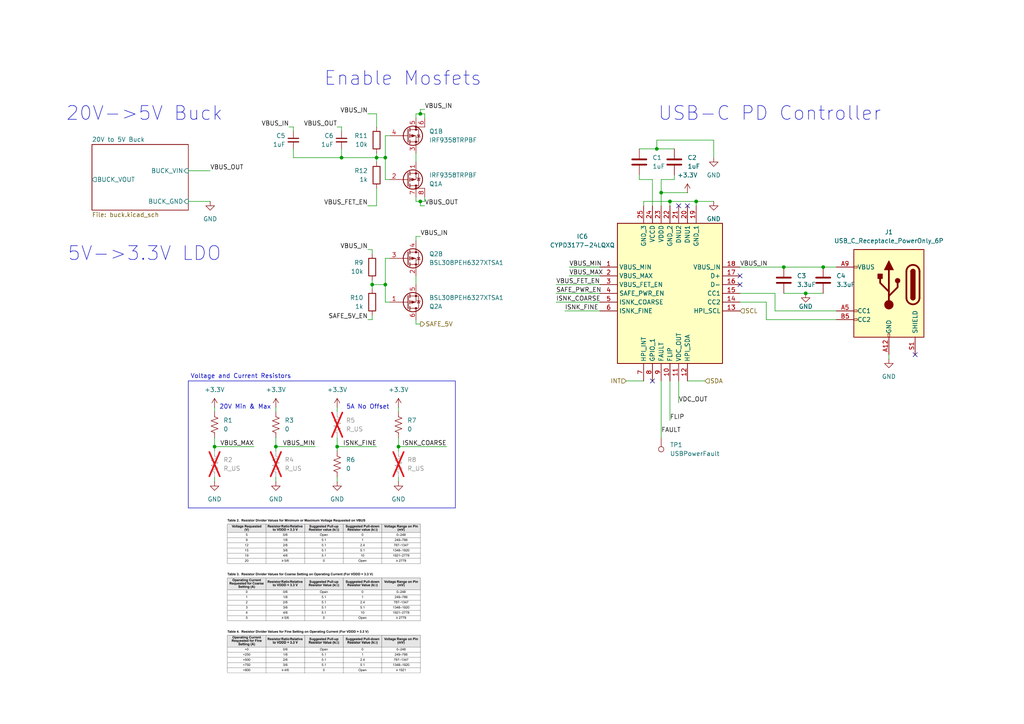
<source format=kicad_sch>
(kicad_sch (version 20231120) (generator "eeschema") (generator_version "8.0")
  (paper "A4")
  (lib_symbols
    (symbol "CYPD3177-24LQXQ:CYPD3177-24LQXQ"
      (property "Reference" "IC" (at 36.83 17.78 0))
      (property "Value" "CYPD3177-24LQXQ" (at 36.83 15.24 0))
      (symbol "CYPD3177-24LQXQ_1_1"
        (rectangle (start 5.08 12.7) (end 35.56 -27.94) (stroke (width 0.254)) (fill (type background)))
        (pin passive line (at 0 0 0) (length 5.08) (name "VBUS_MIN") (number "1"))
        (pin passive line (at 20.32 -33.02 90) (length 5.08) (name "FLIP") (number "10"))
        (pin passive line (at 22.86 -33.02 90) (length 5.08) (name "VDC_OUT") (number "11"))
        (pin passive line (at 25.4 -33.02 90) (length 5.08) (name "HPI_SDA") (number "12"))
        (pin passive line (at 40.64 -12.7 180) (length 5.08) (name "HPI_SCL") (number "13"))
        (pin passive line (at 40.64 -10.16 180) (length 5.08) (name "CC2") (number "14"))
        (pin passive line (at 40.64 -7.62 180) (length 5.08) (name "CC1") (number "15"))
        (pin passive line (at 40.64 -5.08 180) (length 5.08) (name "D-") (number "16"))
        (pin passive line (at 40.64 -2.54 180) (length 5.08) (name "D+") (number "17"))
        (pin passive line (at 40.64 0 180) (length 5.08) (name "VBUS_IN") (number "18"))
        (pin passive line (at 27.94 17.78 270) (length 5.08) (name "GND_1") (number "19"))
        (pin passive line (at 0 -2.54 0) (length 5.08) (name "VBUS_MAX") (number "2"))
        (pin passive line (at 25.4 17.78 270) (length 5.08) (name "DNU1") (number "20"))
        (pin passive line (at 22.86 17.78 270) (length 5.08) (name "DNU2") (number "21"))
        (pin passive line (at 20.32 17.78 270) (length 5.08) (name "GND_2") (number "22"))
        (pin passive line (at 17.78 17.78 270) (length 5.08) (name "VDDD") (number "23"))
        (pin passive line (at 15.24 17.78 270) (length 5.08) (name "VCCD") (number "24"))
        (pin passive line (at 12.7 17.78 270) (length 5.08) (name "GND_3") (number "25"))
        (pin passive line (at 0 -5.08 0) (length 5.08) (name "VBUS_FET_EN") (number "3"))
        (pin passive line (at 0 -7.62 0) (length 5.08) (name "SAFE_PWR_EN") (number "4"))
        (pin passive line (at 0 -10.16 0) (length 5.08) (name "ISNK_COARSE") (number "5"))
        (pin passive line (at 0 -12.7 0) (length 5.08) (name "ISNK_FINE") (number "6"))
        (pin passive line (at 12.7 -33.02 90) (length 5.08) (name "HPI_INT") (number "7"))
        (pin passive line (at 15.24 -33.02 90) (length 5.08) (name "GPIO_1") (number "8"))
        (pin passive line (at 17.78 -33.02 90) (length 5.08) (name "FAULT") (number "9"))
      )
    )
    (symbol "Connector:TestPoint" (pin_numbers hide) (pin_names (offset 0.762) hide)
      (property "Reference" "TP" (at 0 6.858 0))
      (property "Value" "TestPoint" (at 0 5.08 0))
      (symbol "TestPoint_0_1"
        (circle (center 0 3.302) (radius 0.762))
      )
      (symbol "TestPoint_1_1"
        (pin passive line (at 0 0 90) (length 2.54) (name "1") (number "1"))
      )
    )
    (symbol "Connector:USB_C_Receptacle_PowerOnly_6P" (pin_names (offset 1.016))
      (property "Reference" "J" (at 0 16.51 0))
      (property "Value" "USB_C_Receptacle_PowerOnly_6P" (at 0 13.97 0))
      (symbol "USB_C_Receptacle_PowerOnly_6P_0_0"
        (rectangle (start -0.254 -12.7) (end 0.254 -11.684))
        (rectangle (start 10.16 -7.366) (end 9.144 -7.874))
        (rectangle (start 10.16 -4.826) (end 9.144 -5.334))
        (rectangle (start 10.16 7.874) (end 9.144 7.366))
      )
      (symbol "USB_C_Receptacle_PowerOnly_6P_0_1"
        (rectangle (start -10.16 12.7) (end 10.16 -12.7) (stroke (width 0.254)) (fill (type background)))
        (arc (start -8.89 -1.27) (mid -6.985 -3.1667) (end -5.08 -1.27) (stroke (width 0.508)))
        (arc (start -7.62 -1.27) (mid -6.985 -1.9023) (end -6.35 -1.27) (stroke (width 0.254)))
        (arc (start -7.62 -1.27) (mid -6.985 -1.9023) (end -6.35 -1.27) (stroke (width 0.254)) (fill (type outline)))
        (rectangle (start -7.62 -1.27) (end -6.35 6.35) (stroke (width 0.254)) (fill (type outline)))
        (arc (start -6.35 6.35) (mid -6.985 6.9823) (end -7.62 6.35) (stroke (width 0.254)))
        (arc (start -6.35 6.35) (mid -6.985 6.9823) (end -7.62 6.35) (stroke (width 0.254)) (fill (type outline)))
        (arc (start -5.08 6.35) (mid -6.985 8.2467) (end -8.89 6.35) (stroke (width 0.508)))
        (circle (center -2.54 3.683) (radius 0.635) (stroke (width 0.254)) (fill (type outline)))
        (circle (center 0 -3.302) (radius 1.27) (fill (type outline)))
        (polyline (pts (xy -8.89 -1.27) (xy -8.89 6.35)) (stroke (width 0.508)))
        (polyline (pts (xy -5.08 6.35) (xy -5.08 -1.27)) (stroke (width 0.508)))
        (polyline (pts (xy 0 -3.302) (xy 0 6.858)) (stroke (width 0.508)))
        (polyline (pts (xy 0 -0.762) (xy -2.54 1.778) (xy -2.54 3.048)) (stroke (width 0.508)))
        (polyline (pts (xy 0 0.508) (xy 2.54 3.048) (xy 2.54 4.318)) (stroke (width 0.508)))
        (polyline (pts (xy -1.27 6.858) (xy 0 9.398) (xy 1.27 6.858) (xy -1.27 6.858)) (stroke (width 0.254)) (fill (type outline)))
        (rectangle (start 1.905 4.318) (end 3.175 5.588) (stroke (width 0.254)) (fill (type outline)))
      )
      (symbol "USB_C_Receptacle_PowerOnly_6P_1_1"
        (pin passive line (at 0 -17.78 90) (length 5.08) (name "GND") (number "A12"))
        (pin bidirectional line (at 15.24 -5.08 180) (length 5.08) (name "CC1") (number "A5"))
        (pin passive line (at 15.24 7.62 180) (length 5.08) (name "VBUS") (number "A9"))
        (pin passive line (at 0 -17.78 90) (length 5.08) hide (name "GND") (number "B12"))
        (pin bidirectional line (at 15.24 -7.62 180) (length 5.08) (name "CC2") (number "B5"))
        (pin passive line (at 15.24 7.62 180) (length 5.08) hide (name "VBUS") (number "B9"))
        (pin passive line (at -7.62 -17.78 90) (length 5.08) (name "SHIELD") (number "S1"))
      )
    )
    (symbol "Device:C" (pin_numbers hide) (pin_names (offset 0.254))
      (property "Reference" "C" (at 0.635 2.54 0))
      (property "Value" "C" (at 0.635 -2.54 0))
      (symbol "C_0_1"
        (polyline (pts (xy -2.032 -0.762) (xy 2.032 -0.762)) (stroke (width 0.508)))
        (polyline (pts (xy -2.032 0.762) (xy 2.032 0.762)) (stroke (width 0.508)))
      )
      (symbol "C_1_1"
        (pin passive line (at 0 3.81 270) (length 2.794) (name "~") (number "1"))
        (pin passive line (at 0 -3.81 90) (length 2.794) (name "~") (number "2"))
      )
    )
    (symbol "Device:C_Small" (pin_numbers hide) (pin_names (offset 0.254) hide)
      (property "Reference" "C" (at 0.254 1.778 0))
      (property "Value" "C_Small" (at 0.254 -2.032 0))
      (symbol "C_Small_0_1"
        (polyline (pts (xy -1.524 -0.508) (xy 1.524 -0.508)) (stroke (width 0.3302)))
        (polyline (pts (xy -1.524 0.508) (xy 1.524 0.508)) (stroke (width 0.3048)))
      )
      (symbol "C_Small_1_1"
        (pin passive line (at 0 2.54 270) (length 2.032) (name "~") (number "1"))
        (pin passive line (at 0 -2.54 90) (length 2.032) (name "~") (number "2"))
      )
    )
    (symbol "Device:Q_Dual_PMOS_G1S2G2D2S1D1" (pin_names (offset 0) hide)
      (property "Reference" "Q" (at 6.35 1.27 0))
      (property "Value" "Q_Dual_PMOS_G1S2G2D2S1D1" (at 19.05 -1.27 0))
      (symbol "Q_Dual_PMOS_G1S2G2D2S1D1_0_1"
        (polyline (pts (xy 0.254 0) (xy -2.54 0)))
        (polyline (pts (xy 0.254 1.905) (xy 0.254 -1.905)) (stroke (width 0.254)))
        (polyline (pts (xy 0.762 -1.27) (xy 0.762 -2.286)) (stroke (width 0.254)))
        (polyline (pts (xy 0.762 0.508) (xy 0.762 -0.508)) (stroke (width 0.254)))
        (polyline (pts (xy 0.762 2.286) (xy 0.762 1.27)) (stroke (width 0.254)))
        (polyline (pts (xy 2.54 2.54) (xy 2.54 1.778)))
        (polyline (pts (xy 2.54 -2.54) (xy 2.54 0) (xy 0.762 0)))
        (polyline (pts (xy 0.762 1.778) (xy 3.302 1.778) (xy 3.302 -1.778) (xy 0.762 -1.778)))
        (polyline (pts (xy 2.286 0) (xy 1.27 0.381) (xy 1.27 -0.381) (xy 2.286 0)) (fill (type outline)))
        (polyline (pts (xy 2.794 -0.508) (xy 2.921 -0.381) (xy 3.683 -0.381) (xy 3.81 -0.254)))
        (polyline (pts (xy 3.302 -0.381) (xy 2.921 0.254) (xy 3.683 0.254) (xy 3.302 -0.381)))
        (circle (center 1.651 0) (radius 2.794) (stroke (width 0.254)))
        (circle (center 2.54 -1.778) (radius 0.254) (fill (type outline)))
        (circle (center 2.54 1.778) (radius 0.254) (fill (type outline)))
      )
      (symbol "Q_Dual_PMOS_G1S2G2D2S1D1_1_1"
        (pin input line (at -5.08 0 0) (length 2.54) (name "G") (number "1"))
        (pin passive line (at 2.54 -5.08 90) (length 2.54) (name "S") (number "5"))
        (pin passive line (at 2.54 5.08 270) (length 2.54) (name "D") (number "6"))
      )
      (symbol "Q_Dual_PMOS_G1S2G2D2S1D1_2_1"
        (pin passive line (at 2.54 -5.08 90) (length 2.54) (name "S") (number "2"))
        (pin input line (at -5.08 0 0) (length 2.54) (name "G") (number "3"))
        (pin passive line (at 2.54 5.08 270) (length 2.54) (name "D") (number "4"))
      )
    )
    (symbol "Device:Q_Dual_PMOS_S1G1S2G2D2D2D1D1" (pin_names (offset 0) hide)
      (property "Reference" "Q" (at 6.35 1.27 0))
      (property "Value" "Q_Dual_PMOS_S1G1S2G2D2D2D1D1" (at 21.59 -1.27 0))
      (symbol "Q_Dual_PMOS_S1G1S2G2D2D2D1D1_0_1"
        (polyline (pts (xy 0.254 0) (xy -2.54 0)))
        (polyline (pts (xy 0.254 1.905) (xy 0.254 -1.905)) (stroke (width 0.254)))
        (polyline (pts (xy 0.762 -1.27) (xy 0.762 -2.286)) (stroke (width 0.254)))
        (polyline (pts (xy 0.762 0.508) (xy 0.762 -0.508)) (stroke (width 0.254)))
        (polyline (pts (xy 0.762 2.286) (xy 0.762 1.27)) (stroke (width 0.254)))
        (polyline (pts (xy 2.54 2.54) (xy 2.54 1.778)))
        (polyline (pts (xy 2.54 -2.54) (xy 2.54 0) (xy 0.762 0)))
        (polyline (pts (xy 0.762 1.778) (xy 3.302 1.778) (xy 3.302 -1.778) (xy 0.762 -1.778)))
        (polyline (pts (xy 2.286 0) (xy 1.27 0.381) (xy 1.27 -0.381) (xy 2.286 0)) (fill (type outline)))
        (polyline (pts (xy 2.794 -0.508) (xy 2.921 -0.381) (xy 3.683 -0.381) (xy 3.81 -0.254)))
        (polyline (pts (xy 3.302 -0.381) (xy 2.921 0.254) (xy 3.683 0.254) (xy 3.302 -0.381)))
        (circle (center 1.651 0) (radius 2.794) (stroke (width 0.254)))
        (circle (center 2.54 -1.778) (radius 0.254) (fill (type outline)))
        (circle (center 2.54 1.778) (radius 0.254) (fill (type outline)))
        (circle (center 2.54 2.54) (radius 0.254) (fill (type outline)))
        (rectangle (start 5.08 2.54) (end 2.54 2.54))
      )
      (symbol "Q_Dual_PMOS_S1G1S2G2D2D2D1D1_1_1"
        (pin passive line (at 2.54 -5.08 90) (length 2.54) (name "S") (number "1"))
        (pin input line (at -5.08 0 0) (length 2.54) (name "G") (number "2"))
        (pin passive line (at 2.54 5.08 270) (length 2.54) (name "D") (number "7"))
        (pin passive line (at 5.08 5.08 270) (length 2.54) (name "D") (number "8"))
      )
      (symbol "Q_Dual_PMOS_S1G1S2G2D2D2D1D1_2_1"
        (pin passive line (at 2.54 -5.08 90) (length 2.54) (name "S") (number "3"))
        (pin input line (at -5.08 0 0) (length 2.54) (name "G") (number "4"))
        (pin passive line (at 2.54 5.08 270) (length 2.54) (name "D") (number "5"))
        (pin passive line (at 5.08 5.08 270) (length 2.54) (name "D") (number "6"))
      )
    )
    (symbol "Device:R" (pin_numbers hide) (pin_names (offset 0))
      (property "Reference" "R" (at 2.032 0 90))
      (property "Value" "R" (at 0 0 90))
      (symbol "R_0_1"
        (rectangle (start -1.016 -2.54) (end 1.016 2.54) (stroke (width 0.254)))
      )
      (symbol "R_1_1"
        (pin passive line (at 0 3.81 270) (length 1.27) (name "~") (number "1"))
        (pin passive line (at 0 -3.81 90) (length 1.27) (name "~") (number "2"))
      )
    )
    (symbol "Device:R_US" (pin_numbers hide) (pin_names (offset 0))
      (property "Reference" "R" (at 2.54 0 90))
      (property "Value" "R_US" (at -2.54 0 90))
      (symbol "R_US_0_1"
        (polyline (pts (xy 0 -2.286) (xy 0 -2.54)))
        (polyline (pts (xy 0 2.286) (xy 0 2.54)))
        (polyline (pts (xy 0 -0.762) (xy 1.016 -1.143) (xy 0 -1.524) (xy -1.016 -1.905) (xy 0 -2.286)))
        (polyline (pts (xy 0 0.762) (xy 1.016 0.381) (xy 0 0) (xy -1.016 -0.381) (xy 0 -0.762)))
        (polyline (pts (xy 0 2.286) (xy 1.016 1.905) (xy 0 1.524) (xy -1.016 1.143) (xy 0 0.762)))
      )
      (symbol "R_US_1_1"
        (pin passive line (at 0 3.81 270) (length 1.27) (name "~") (number "1"))
        (pin passive line (at 0 -3.81 90) (length 1.27) (name "~") (number "2"))
      )
    )
    (symbol "power:+3.3V" (power) (pin_numbers hide) (pin_names (offset 0) hide)
      (property "Value" "+3.3V" (at 0 3.556 0))
      (symbol "+3.3V_0_1"
        (polyline (pts (xy -0.762 1.27) (xy 0 2.54)))
        (polyline (pts (xy 0 0) (xy 0 2.54)))
        (polyline (pts (xy 0 2.54) (xy 0.762 1.27)))
      )
      (symbol "+3.3V_1_1"
        (pin power_in line (at 0 0 90) (length 0) (name "~") (number "1"))
      )
    )
    (symbol "power:GND" (power) (pin_numbers hide) (pin_names (offset 0) hide)
      (property "Value" "GND" (at 0 -3.81 0))
      (symbol "GND_0_1"
        (polyline (pts (xy 0 0) (xy 0 -1.27) (xy 1.27 -1.27) (xy 0 -2.54) (xy -1.27 -1.27) (xy 0 -1.27)))
      )
      (symbol "GND_1_1"
        (pin power_in line (at 0 0 270) (length 0) (name "~") (number "1"))
      )
    )
  )
  (junction (at 238.76 77.47))
  (junction (at 111.76 82.55))
  (junction (at 111.76 45.72))
  (junction (at 121.92 58.42))
  (junction (at 115.57 129.54))
  (junction (at 190.5 43.18))
  (junction (at 201.93 58.42))
  (junction (at 99.06 45.72))
  (junction (at 97.79 129.54))
  (junction (at 194.31 58.42))
  (junction (at 121.92 33.02))
  (junction (at 62.23 129.54))
  (junction (at 109.22 45.72))
  (junction (at 80.01 129.54))
  (junction (at 107.95 82.55))
  (junction (at 233.68 85.09))
  (junction (at 191.77 55.88))
  (junction (at 227.33 77.47))
  (no_connect (at 265.43 102.87))
  (no_connect (at 214.63 80.01))
  (no_connect (at 214.63 82.55))
  (no_connect (at 199.39 59.69))
  (no_connect (at 189.23 110.49))
  (no_connect (at 196.85 59.69))
  (wire (pts (xy 85.09 36.83) (xy 85.09 38.1)))
  (wire (pts (xy 120.65 58.42) (xy 120.65 57.15)))
  (wire (pts (xy 123.19 59.69) (xy 121.92 59.69)))
  (wire (pts (xy 195.58 52.07) (xy 195.58 50.8)))
  (wire (pts (xy 185.42 52.07) (xy 189.23 52.07)))
  (wire (pts (xy 165.1 77.47) (xy 173.99 77.47)))
  (wire (pts (xy 115.57 118.11) (xy 115.57 119.38)))
  (wire (pts (xy 227.33 77.47) (xy 238.76 77.47)))
  (wire (pts (xy 97.79 139.7) (xy 97.79 138.43)))
  (wire (pts (xy 91.44 129.54) (xy 80.01 129.54)))
  (wire (pts (xy 163.83 90.17) (xy 173.99 90.17)))
  (wire (pts (xy 80.01 129.54) (xy 80.01 130.81)))
  (wire (pts (xy 62.23 129.54) (xy 62.23 130.81)))
  (wire (pts (xy 185.42 43.18) (xy 190.5 43.18)))
  (wire (pts (xy 107.95 92.71) (xy 107.95 91.44)))
  (wire (pts (xy 123.19 58.42) (xy 123.19 57.15)))
  (wire (pts (xy 113.03 74.93) (xy 111.76 74.93)))
  (wire (pts (xy 194.31 58.42) (xy 186.69 58.42)))
  (wire (pts (xy 109.22 45.72) (xy 109.22 46.99)))
  (wire (pts (xy 257.81 104.14) (xy 257.81 102.87)))
  (wire (pts (xy 54.61 49.53) (xy 60.96 49.53)))
  (wire (pts (xy 106.68 33.02) (xy 109.22 33.02)))
  (wire (pts (xy 121.92 59.69) (xy 121.92 58.42)))
  (wire (pts (xy 120.65 80.01) (xy 120.65 82.55)))
  (wire (pts (xy 107.95 72.39) (xy 107.95 73.66)))
  (wire (pts (xy 97.79 36.83) (xy 99.06 36.83)))
  (wire (pts (xy 99.06 45.72) (xy 109.22 45.72)))
  (wire (pts (xy 120.65 46.99) (xy 120.65 44.45)))
  (wire (pts (xy 186.69 58.42) (xy 186.69 59.69)))
  (wire (pts (xy 185.42 50.8) (xy 185.42 52.07)))
  (wire (pts (xy 190.5 43.18) (xy 195.58 43.18)))
  (wire (pts (xy 54.61 58.42) (xy 60.96 58.42)))
  (wire (pts (xy 181.61 110.49) (xy 186.69 110.49)))
  (wire (pts (xy 115.57 139.7) (xy 115.57 138.43)))
  (wire (pts (xy 191.77 110.49) (xy 191.77 127)))
  (wire (pts (xy 120.65 93.98) (xy 120.65 92.71)))
  (wire (pts (xy 123.19 34.29) (xy 123.19 33.02)))
  (wire (pts (xy 191.77 52.07) (xy 195.58 52.07)))
  (wire (pts (xy 107.95 82.55) (xy 111.76 82.55)))
  (wire (pts (xy 224.79 85.09) (xy 224.79 90.17)))
  (wire (pts (xy 194.31 58.42) (xy 194.31 59.69)))
  (wire (pts (xy 120.65 58.42) (xy 121.92 58.42)))
  (wire (pts (xy 111.76 39.37) (xy 111.76 45.72)))
  (wire (pts (xy 222.25 87.63) (xy 222.25 92.71)))
  (wire (pts (xy 113.03 87.63) (xy 111.76 87.63)))
  (wire (pts (xy 111.76 74.93) (xy 111.76 82.55)))
  (wire (pts (xy 120.65 68.58) (xy 120.65 69.85)))
  (wire (pts (xy 120.65 34.29) (xy 120.65 33.02)))
  (wire (pts (xy 109.22 36.83) (xy 109.22 33.02)))
  (wire (pts (xy 109.22 44.45) (xy 109.22 45.72)))
  (wire (pts (xy 80.01 118.11) (xy 80.01 119.38)))
  (wire (pts (xy 207.01 40.64) (xy 190.5 40.64)))
  (wire (pts (xy 107.95 82.55) (xy 107.95 83.82)))
  (wire (pts (xy 224.79 90.17) (xy 242.57 90.17)))
  (wire (pts (xy 80.01 127) (xy 80.01 129.54)))
  (wire (pts (xy 161.29 82.55) (xy 173.99 82.55)))
  (wire (pts (xy 201.93 58.42) (xy 201.93 59.69)))
  (wire (pts (xy 191.77 55.88) (xy 199.39 55.88)))
  (wire (pts (xy 97.79 129.54) (xy 97.79 130.81)))
  (wire (pts (xy 161.29 85.09) (xy 173.99 85.09)))
  (wire (pts (xy 107.95 81.28) (xy 107.95 82.55)))
  (wire (pts (xy 109.22 54.61) (xy 109.22 59.69)))
  (wire (pts (xy 233.68 85.09) (xy 238.76 85.09)))
  (wire (pts (xy 111.76 87.63) (xy 111.76 82.55)))
  (wire (pts (xy 161.29 87.63) (xy 173.99 87.63)))
  (wire (pts (xy 189.23 52.07) (xy 189.23 59.69)))
  (wire (pts (xy 99.06 43.18) (xy 99.06 45.72)))
  (wire (pts (xy 121.92 58.42) (xy 123.19 58.42)))
  (wire (pts (xy 109.22 45.72) (xy 111.76 45.72)))
  (wire (pts (xy 83.82 36.83) (xy 85.09 36.83)))
  (wire (pts (xy 196.85 110.49) (xy 196.85 116.84)))
  (wire (pts (xy 113.03 39.37) (xy 111.76 39.37)))
  (wire (pts (xy 62.23 139.7) (xy 62.23 138.43)))
  (wire (pts (xy 106.68 92.71) (xy 107.95 92.71)))
  (wire (pts (xy 121.92 31.75) (xy 121.92 33.02)))
  (wire (pts (xy 121.92 68.58) (xy 120.65 68.58)))
  (wire (pts (xy 201.93 58.42) (xy 194.31 58.42)))
  (wire (pts (xy 62.23 127) (xy 62.23 129.54)))
  (wire (pts (xy 214.63 85.09) (xy 224.79 85.09)))
  (wire (pts (xy 214.63 77.47) (xy 227.33 77.47)))
  (wire (pts (xy 109.22 129.54) (xy 97.79 129.54)))
  (wire (pts (xy 191.77 59.69) (xy 191.77 55.88)))
  (wire (pts (xy 190.5 43.18) (xy 190.5 40.64)))
  (wire (pts (xy 207.01 40.64) (xy 207.01 45.72)))
  (wire (pts (xy 106.68 72.39) (xy 107.95 72.39)))
  (wire (pts (xy 85.09 45.72) (xy 99.06 45.72)))
  (wire (pts (xy 194.31 110.49) (xy 194.31 121.92)))
  (wire (pts (xy 123.19 33.02) (xy 121.92 33.02)))
  (wire (pts (xy 121.92 33.02) (xy 120.65 33.02)))
  (wire (pts (xy 111.76 52.07) (xy 113.03 52.07)))
  (wire (pts (xy 97.79 127) (xy 97.79 129.54)))
  (wire (pts (xy 62.23 118.11) (xy 62.23 119.38)))
  (wire (pts (xy 165.1 80.01) (xy 173.99 80.01)))
  (wire (pts (xy 73.66 129.54) (xy 62.23 129.54)))
  (wire (pts (xy 204.47 110.49) (xy 199.39 110.49)))
  (wire (pts (xy 85.09 43.18) (xy 85.09 45.72)))
  (wire (pts (xy 191.77 55.88) (xy 191.77 52.07)))
  (wire (pts (xy 129.54 129.54) (xy 115.57 129.54)))
  (wire (pts (xy 227.33 85.09) (xy 233.68 85.09)))
  (wire (pts (xy 222.25 87.63) (xy 214.63 87.63)))
  (wire (pts (xy 97.79 118.11) (xy 97.79 119.38)))
  (wire (pts (xy 207.01 58.42) (xy 201.93 58.42)))
  (wire (pts (xy 99.06 36.83) (xy 99.06 38.1)))
  (wire (pts (xy 111.76 45.72) (xy 111.76 52.07)))
  (wire (pts (xy 106.68 59.69) (xy 109.22 59.69)))
  (wire (pts (xy 80.01 139.7) (xy 80.01 138.43)))
  (wire (pts (xy 115.57 127) (xy 115.57 129.54)))
  (wire (pts (xy 222.25 92.71) (xy 242.57 92.71)))
  (wire (pts (xy 238.76 77.47) (xy 242.57 77.47)))
  (wire (pts (xy 123.19 31.75) (xy 121.92 31.75)))
  (wire (pts (xy 115.57 129.54) (xy 115.57 130.81)))
  (wire (pts (xy 121.92 93.98) (xy 120.65 93.98)))
  (rectangle (start 54.61 110.49) (end 132.08 147.32))
  (image (at 93.98 172.72) (scale 0.299609))
  (text "5V->3.3V LDO" (at 41.91 73.66 0) (effects (font (size 4 4))))
  (text "Voltage and Current Resistors" (at 69.85 109.22 0) (effects (font (size 1.27 1.27))))
  (text "Enable Mosfets" (at 116.84 22.86 0) (effects (font (size 4 4))))
  (text "20V->5V Buck" (at 41.91 33.02 0) (effects (font (size 4 4))))
  (text "USB-C PD Controller " (at 224.79 33.02 0) (effects (font (size 4 4))))
  (text "5A No Offset" (at 106.68 118.11 0) (effects (font (size 1.27 1.27))))
  (text "20V Min & Max" (at 71.12 118.11 0) (effects (font (size 1.27 1.27))))
  (label "VDC_OUT" (at 196.85 116.84 0))
  (label "VBUS_OUT" (at 123.19 59.69 0))
  (label "ISNK_COARSE" (at 129.54 129.54 180))
  (label "VBUS_IN" (at 121.92 68.58 0))
  (label "VBUS_FET_EN" (at 161.29 82.55 0))
  (label "ISNK_FINE" (at 109.22 129.54 180))
  (label "VBUS_OUT" (at 60.96 49.53 0))
  (label "FAULT" (at 191.77 125.73 0))
  (label "SAFE_PWR_EN" (at 161.29 85.09 0))
  (label "VBUS_IN" (at 214.63 77.47 0))
  (label "VBUS_IN" (at 106.68 33.02 180))
  (label "VBUS_MIN" (at 165.1 77.47 0))
  (label "VBUS_IN" (at 106.68 72.39 180))
  (label "VBUS_MAX" (at 73.66 129.54 180))
  (label "ISNK_FINE" (at 163.83 90.17 0))
  (label "FLIP" (at 194.31 121.92 0))
  (label "VBUS_MIN" (at 91.44 129.54 180))
  (label "VBUS_IN" (at 123.19 31.75 0))
  (label "VBUS_OUT" (at 97.79 36.83 180))
  (label "ISNK_COARSE" (at 161.29 87.63 0))
  (label "VBUS_FET_EN" (at 106.68 59.69 180))
  (label "VBUS_MAX" (at 165.1 80.01 0))
  (label "VBUS_IN" (at 83.82 36.83 180))
  (label "SAFE_5V_EN" (at 106.68 92.71 180))
  (hierarchical_label "SCL" (shape input) (at 214.63 90.17 0))
  (hierarchical_label "SDA" (shape input) (at 204.47 110.49 0))
  (hierarchical_label "SAFE_5V" (shape output) (at 121.92 93.98 0))
  (hierarchical_label "INT" (shape input) (at 181.61 110.49 180))
  (symbol (lib_id "Connector:TestPoint") (at 191.77 127 180) (unit 1)
    (property "Reference" "TP1" (at 194.31 129.0319 0) (effects (justify right)))
    (property "Value" "USBPowerFault" (at 194.31 131.5719 0) (effects (justify right)))
    (property "Description" "test point" (effects (hide yes)))
  )
  (symbol (lib_id "Device:R") (at 109.22 40.64 0) (mirror y) (unit 1)
    (property "Reference" "R11" (at 106.68 39.3699 0) (effects (justify left)))
    (property "Value" "10k" (at 106.68 41.9099 0) (effects (justify left)))
    (property "Footprint" "Resistor_SMD:R_0805_2012Metric" (effects (hide yes)))
    (property "Description" "Resistor" (effects (hide yes)))
    (property "Manufacturer_Name" "VISHAY" (effects (hide yes)))
    (property "P/N" "CRCW080510K0FKEAC" (effects (hide yes)))
  )
  (symbol (lib_id "CYPD3177-24LQXQ:CYPD3177-24LQXQ") (at 173.99 77.47 0) (unit 1)
    (property "Reference" "IC6" (at 168.91 68.58 0))
    (property "Value" "CYPD3177-24LQXQ" (at 168.91 71.12 0))
    (property "Footprint" "ExternalFootprints:QFN50P400X400X60-25N-D" (effects (hide yes)))
    (property "Datasheet" "https://www.mouser.com/datasheet/2/196/Infineon_EZ_PD_BCR_Datasheet_USB_Type_C_Port_Contr-3361317.pdf" (effects (hide yes)))
    (property "Description" "USB Interface IC USB Type-C port controller CYPD3177" (effects (hide yes)))
    (property "Height" "0.6" (effects (hide yes)))
    (property "Mouser Part Number" "727-CYPD3177-24LQXQ" (effects (hide yes)))
    (property "Mouser Price/Stock" "https://www.mouser.co.uk/ProductDetail/Infineon-Technologies/CYPD3177-24LQXQ?qs=PzGy0jfpSMvR3aDH5AdWfA%3D%3D" (effects (hide yes)))
    (property "Manufacturer_Name" "Infineon" (effects (hide yes)))
    (property "Manufacturer_Part_Number" "CYPD3177-24LQXQ" (effects (hide yes)))
  )
  (symbol (lib_id "power:GND") (at 207.01 58.42 0) (unit 1)
    (property "Reference" "#PWR0102" (effects (hide yes)))
    (property "Value" "GND" (at 207.01 63.5 0))
    (property "Description" "Power symbol creates a global label with name \"GND\" , ground" (effects (hide yes)))
  )
  (symbol (lib_id "Device:Q_Dual_PMOS_S1G1S2G2D2D2D1D1") (at 118.11 39.37 0) (unit 2)
    (property "Reference" "Q1" (at 124.46 38.0999 0) (effects (justify left)))
    (property "Value" "IRF9358TRPBF" (at 124.46 40.6399 0) (effects (justify left)))
    (property "Footprint" "Package_SO:SO-8_3.9x4.9mm_P1.27mm" (effects (hide yes)))
    (property "Datasheet" "https://www.mouser.com/datasheet/2/196/Infineon_IRF9358_DataSheet_v01_01_EN-3363242.pdf" (effects (hide yes)))
    (property "Description" "Dual PMOS transistor, 8 pin package" (effects (hide yes)))
    (property "Manufacturer_Name" "Infineon" (effects (hide yes)))
    (property "P/N" "IRF9358TRPBF" (effects (hide yes)))
  )
  (symbol (lib_id "power:GND") (at 207.01 45.72 0) (unit 1)
    (property "Reference" "#PWR0103" (effects (hide yes)))
    (property "Value" "GND" (at 207.01 50.8 0))
    (property "Description" "Power symbol creates a global label with name \"GND\" , ground" (effects (hide yes)))
  )
  (symbol (lib_id "Device:R") (at 109.22 50.8 0) (mirror y) (unit 1)
    (property "Reference" "R12" (at 106.68 49.5299 0) (effects (justify left)))
    (property "Value" "1k" (at 106.68 52.0699 0) (effects (justify left)))
    (property "Footprint" "Resistor_SMD:R_0805_2012Metric" (effects (hide yes)))
    (property "Description" "Resistor" (effects (hide yes)))
    (property "Manufacturer_Name" "VISHAY" (effects (hide yes)))
    (property "P/N" "CRCW08051K00FKEAC" (effects (hide yes)))
  )
  (symbol (lib_id "power:GND") (at 62.23 139.7 0) (unit 1)
    (property "Reference" "#PWR021" (effects (hide yes)))
    (property "Value" "GND" (at 62.23 144.78 0))
    (property "Description" "Power symbol creates a global label with name \"GND\" , ground" (effects (hide yes)))
  )
  (symbol (lib_id "Device:R_US") (at 62.23 123.19 0) (unit 1)
    (property "Reference" "R1" (at 64.77 121.9199 0) (effects (justify left)))
    (property "Value" "0" (at 64.77 124.4599 0) (effects (justify left)))
    (property "Description" "Resistor, US symbol" (effects (hide yes)))
  )
  (symbol (lib_id "Device:Q_Dual_PMOS_G1S2G2D2S1D1") (at 118.11 74.93 0) (unit 2)
    (property "Reference" "Q2" (at 124.46 73.6599 0) (effects (justify left)))
    (property "Value" "BSL308PEH6327XTSA1" (at 124.46 76.1999 0) (effects (justify left)))
    (property "Footprint" "Package_TO_SOT_SMD:SOT-23-6" (effects (hide yes)))
    (property "Datasheet" "https://www.mouser.com/datasheet/2/196/Infineon_BSL308PE_DS_v02_03_en-1226247.pdf" (effects (hide yes)))
    (property "Description" "Dual PMOS transistor, 6 pin package" (effects (hide yes)))
    (property "Manufacturer_Name" "Infineon" (effects (hide yes)))
    (property "P/N" "BSL308PEH6327XTSA1" (effects (hide yes)))
  )
  (symbol (lib_id "Device:R_US") (at 62.23 134.62 0) (unit 1) (dnp yes)
    (property "Reference" "R2" (at 64.77 133.3499 0) (effects (justify left)))
    (property "Value" "R_US" (at 64.77 135.8899 0) (effects (justify left)))
    (property "Description" "Resistor, US symbol" (effects (hide yes)))
  )
  (symbol (lib_id "Device:Q_Dual_PMOS_G1S2G2D2S1D1") (at 118.11 87.63 0) (mirror x) (unit 1)
    (property "Reference" "Q2" (at 124.46 88.9001 0) (effects (justify left)))
    (property "Value" "BSL308PEH6327XTSA1" (at 124.46 86.3601 0) (effects (justify left)))
    (property "Footprint" "Package_TO_SOT_SMD:SOT-23-6" (effects (hide yes)))
    (property "Datasheet" "https://www.mouser.com/datasheet/2/196/Infineon_BSL308PE_DS_v02_03_en-1226247.pdf" (effects (hide yes)))
    (property "Description" "Dual PMOS transistor, 6 pin package" (effects (hide yes)))
    (property "Manufacturer_Name" "Infineon" (effects (hide yes)))
    (property "P/N" "BSL308PEH6327XTSA1" (effects (hide yes)))
  )
  (symbol (lib_id "Device:R_US") (at 80.01 134.62 0) (unit 1) (dnp yes)
    (property "Reference" "R4" (at 82.55 133.3499 0) (effects (justify left)))
    (property "Value" "R_US" (at 82.55 135.8899 0) (effects (justify left)))
    (property "Description" "Resistor, US symbol" (effects (hide yes)))
  )
  (symbol (lib_id "power:GND") (at 115.57 139.7 0) (unit 1)
    (property "Reference" "#PWR024" (effects (hide yes)))
    (property "Value" "GND" (at 115.57 144.78 0))
    (property "Description" "Power symbol creates a global label with name \"GND\" , ground" (effects (hide yes)))
  )
  (symbol (lib_id "Device:C_Small") (at 85.09 40.64 0) (mirror y) (unit 1)
    (property "Reference" "C5" (at 82.804 39.37 0) (effects (justify left)))
    (property "Value" "1uF" (at 82.804 41.91 0) (effects (justify left)))
    (property "Footprint" "Capacitor_SMD:C_0805_2012Metric" (effects (hide yes)))
    (property "Description" "Unpolarized capacitor, small symbol" (effects (hide yes)))
    (property "Vdc" "50V" (effects (hide yes)))
    (property "Manufacturer_Name" "KEMET" (effects (hide yes)))
    (property "P/N" "C0805C105K5PACTU" (effects (hide yes)))
  )
  (symbol (lib_id "power:+3.3V") (at 97.79 118.11 0) (unit 1)
    (property "Reference" "#PWR019" (effects (hide yes)))
    (property "Value" "+3.3V" (at 97.79 113.03 0))
    (property "Description" "Power symbol creates a global label with name \"+3.3V\"" (effects (hide yes)))
  )
  (symbol (lib_id "Device:C") (at 227.33 81.28 0) (unit 1)
    (property "Reference" "C3" (at 231.14 80.0099 0) (effects (justify left)))
    (property "Value" "3.3uF" (at 231.14 82.5499 0) (effects (justify left)))
    (property "Description" "Unpolarized capacitor" (effects (hide yes)))
  )
  (symbol (lib_id "Device:C_Small") (at 99.06 40.64 0) (mirror y) (unit 1)
    (property "Reference" "C6" (at 96.774 39.37 0) (effects (justify left)))
    (property "Value" "1uF" (at 96.774 41.91 0) (effects (justify left)))
    (property "Footprint" "Capacitor_SMD:C_0805_2012Metric" (effects (hide yes)))
    (property "Description" "Unpolarized capacitor, small symbol" (effects (hide yes)))
    (property "Vdc" "50V" (effects (hide yes)))
    (property "Manufacturer_Name" "KEMET" (effects (hide yes)))
    (property "P/N" "C0805C105K5PACTU" (effects (hide yes)))
  )
  (symbol (lib_id "Device:Q_Dual_PMOS_S1G1S2G2D2D2D1D1") (at 118.11 52.07 0) (mirror x) (unit 1)
    (property "Reference" "Q1" (at 124.46 53.3401 0) (effects (justify left)))
    (property "Value" "IRF9358TRPBF" (at 124.46 50.8001 0) (effects (justify left)))
    (property "Footprint" "Package_SO:SO-8_3.9x4.9mm_P1.27mm" (effects (hide yes)))
    (property "Datasheet" "https://www.mouser.com/datasheet/2/196/Infineon_IRF9358_DataSheet_v01_01_EN-3363242.pdf" (effects (hide yes)))
    (property "Description" "Dual PMOS transistor, 8 pin package" (effects (hide yes)))
    (property "Manufacturer_Name" "Infineon" (effects (hide yes)))
    (property "P/N" "IRF9358TRPBF" (effects (hide yes)))
  )
  (symbol (lib_id "power:+3.3V") (at 199.39 55.88 0) (unit 1)
    (property "Reference" "#PWR0104" (effects (hide yes)))
    (property "Value" "+3.3V" (at 199.39 50.8 0))
    (property "Description" "Power symbol creates a global label with name \"+3.3V\"" (effects (hide yes)))
  )
  (symbol (lib_id "power:GND") (at 257.81 104.14 0) (unit 1)
    (property "Reference" "#PWR0101" (effects (hide yes)))
    (property "Value" "GND" (at 257.81 109.22 0))
    (property "Description" "Power symbol creates a global label with name \"GND\" , ground" (effects (hide yes)))
  )
  (symbol (lib_id "power:+3.3V") (at 80.01 118.11 0) (unit 1)
    (property "Reference" "#PWR018" (effects (hide yes)))
    (property "Value" "+3.3V" (at 80.01 113.03 0))
    (property "Description" "Power symbol creates a global label with name \"+3.3V\"" (effects (hide yes)))
  )
  (symbol (lib_id "power:GND") (at 80.01 139.7 0) (unit 1)
    (property "Reference" "#PWR022" (effects (hide yes)))
    (property "Value" "GND" (at 80.01 144.78 0))
    (property "Description" "Power symbol creates a global label with name \"GND\" , ground" (effects (hide yes)))
  )
  (symbol (lib_id "Device:C") (at 238.76 81.28 0) (unit 1)
    (property "Reference" "C4" (at 242.57 80.0099 0) (effects (justify left)))
    (property "Value" "3.3uF" (at 242.57 82.5499 0) (effects (justify left)))
    (property "Description" "Unpolarized capacitor" (effects (hide yes)))
  )
  (symbol (lib_id "Device:C") (at 185.42 46.99 180) (unit 1)
    (property "Reference" "C1" (at 189.23 45.7199 0) (effects (justify right)))
    (property "Value" "1uF" (at 189.23 48.2599 0) (effects (justify right)))
    (property "Description" "Unpolarized capacitor" (effects (hide yes)))
  )
  (symbol (lib_id "Device:R") (at 107.95 77.47 0) (unit 1)
    (property "Reference" "R9" (at 105.41 76.1999 0) (effects (justify right)))
    (property "Value" "10k" (at 105.41 78.7399 0) (effects (justify right)))
    (property "Footprint" "Resistor_SMD:R_0805_2012Metric" (effects (hide yes)))
    (property "Description" "Resistor" (effects (hide yes)))
    (property "Manufacturer_Name" "VISHAY" (effects (hide yes)))
    (property "P/N" "CRCW080510K0FKEAC" (effects (hide yes)))
  )
  (symbol (lib_id "power:GND") (at 97.79 139.7 0) (unit 1)
    (property "Reference" "#PWR023" (effects (hide yes)))
    (property "Value" "GND" (at 97.79 144.78 0))
    (property "Description" "Power symbol creates a global label with name \"GND\" , ground" (effects (hide yes)))
  )
  (symbol (lib_id "power:+3.3V") (at 115.57 118.11 0) (unit 1)
    (property "Reference" "#PWR020" (effects (hide yes)))
    (property "Value" "+3.3V" (at 115.57 113.03 0))
    (property "Description" "Power symbol creates a global label with name \"+3.3V\"" (effects (hide yes)))
  )
  (symbol (lib_id "Device:R") (at 107.95 87.63 0) (mirror y) (unit 1)
    (property "Reference" "R10" (at 105.41 86.3599 0) (effects (justify left)))
    (property "Value" "1k" (at 105.41 88.8999 0) (effects (justify left)))
    (property "Footprint" "Resistor_SMD:R_0805_2012Metric" (effects (hide yes)))
    (property "Description" "Resistor" (effects (hide yes)))
    (property "Manufacturer_Name" "VISHAY" (effects (hide yes)))
    (property "P/N" "CRCW08051K00FKEAC" (effects (hide yes)))
  )
  (symbol (lib_id "Device:R_US") (at 97.79 123.19 0) (unit 1) (dnp yes)
    (property "Reference" "R5" (at 100.33 121.9199 0) (effects (justify left)))
    (property "Value" "R_US" (at 100.33 124.4599 0) (effects (justify left)))
    (property "Description" "Resistor, US symbol" (effects (hide yes)))
  )
  (symbol (lib_id "Device:R_US") (at 115.57 123.19 0) (unit 1)
    (property "Reference" "R7" (at 118.11 121.9199 0) (effects (justify left)))
    (property "Value" "0" (at 118.11 124.4599 0) (effects (justify left)))
    (property "Description" "Resistor, US symbol" (effects (hide yes)))
  )
  (symbol (lib_id "power:GND") (at 60.96 58.42 0) (unit 1)
    (property "Reference" "#PWR028" (effects (hide yes)))
    (property "Value" "GND" (at 60.96 63.5 0))
    (property "Description" "Power symbol creates a global label with name \"GND\" , ground" (effects (hide yes)))
  )
  (symbol (lib_id "Device:R_US") (at 97.79 134.62 0) (unit 1)
    (property "Reference" "R6" (at 100.33 133.3499 0) (effects (justify left)))
    (property "Value" "0" (at 100.33 135.8899 0) (effects (justify left)))
    (property "Description" "Resistor, US symbol" (effects (hide yes)))
  )
  (symbol (lib_id "Device:C") (at 195.58 46.99 0) (unit 1)
    (property "Reference" "C2" (at 199.39 45.7199 0) (effects (justify left)))
    (property "Value" "1uF" (at 199.39 48.2599 0) (effects (justify left)))
    (property "Description" "Unpolarized capacitor" (effects (hide yes)))
  )
  (symbol (lib_id "power:+3.3V") (at 62.23 118.11 0) (unit 1)
    (property "Reference" "#PWR017" (effects (hide yes)))
    (property "Value" "+3.3V" (at 62.23 113.03 0))
    (property "Description" "Power symbol creates a global label with name \"+3.3V\"" (effects (hide yes)))
  )
  (symbol (lib_id "power:GND") (at 233.68 85.09 0) (unit 1)
    (property "Reference" "#PWR027" (effects (hide yes)))
    (property "Value" "GND" (at 233.68 88.9 0))
    (property "Description" "Power symbol creates a global label with name \"GND\" , ground" (effects (hide yes)))
  )
  (symbol (lib_id "Device:R_US") (at 80.01 123.19 0) (unit 1)
    (property "Reference" "R3" (at 82.55 121.9199 0) (effects (justify left)))
    (property "Value" "0" (at 82.55 124.4599 0) (effects (justify left)))
    (property "Description" "Resistor, US symbol" (effects (hide yes)))
  )
  (symbol (lib_id "Device:R_US") (at 115.57 134.62 0) (unit 1) (dnp yes)
    (property "Reference" "R8" (at 118.11 133.3499 0) (effects (justify left)))
    (property "Value" "R_US" (at 118.11 135.8899 0) (effects (justify left)))
    (property "Description" "Resistor, US symbol" (effects (hide yes)))
  )
  (symbol (lib_id "Connector:USB_C_Receptacle_PowerOnly_6P") (at 257.81 85.09 0) (mirror y) (unit 1)
    (property "Reference" "J1" (at 257.81 67.31 0))
    (property "Value" "USB_C_Receptacle_PowerOnly_6P" (at 257.81 69.85 0))
    (property "Datasheet" "https://www.usb.org/sites/default/files/documents/usb_type-c.zip" (effects (hide yes)))
    (property "Description" "USB Power-Only 6P Type-C Receptacle connector" (effects (hide yes)))
  )
  (sheet (at 26.67 41.91) (size 27.94 19.05) (stroke (width 0.1524))
    (property "Sheetname" "20V to 5V Buck" (at 26.67 41.1984 0) (effects (justify left bottom)))
    (property "Sheetfile" "buck.kicad_sch" (at 26.67 61.5446 0) (effects (justify left top)))
    (pin "BUCK_GND" input (at 54.61 58.42 0))
    (pin "BUCK_VIN" input (at 54.61 49.53 0))
    (pin "BUCK_VOUT" output (at 26.67 52.07 180))
  )
)
</source>
